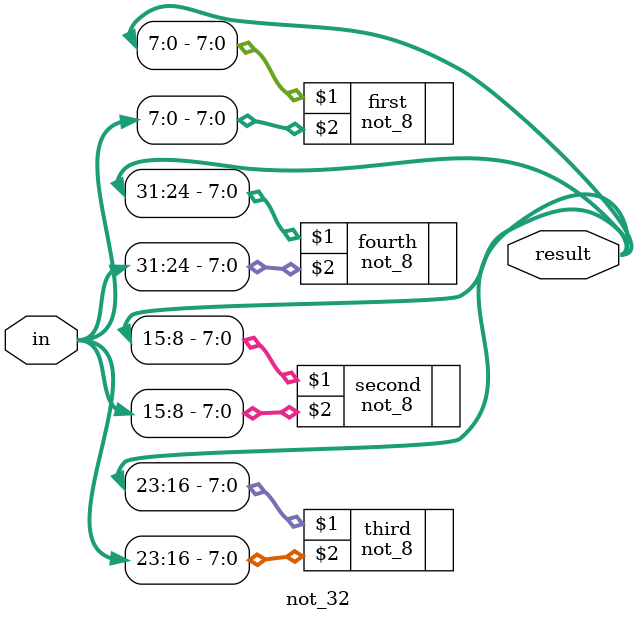
<source format=v>
module not_32(result, in);
	input[31:0] in;
	output[31:0] result;

	not_8 first(result[7:0], in[7:0]);
	not_8 second(result[15:8], in[15:8]);
	not_8 third(result[23:16], in[23:16]);
	not_8 fourth(result[31:24], in[31:24]);

endmodule
</source>
